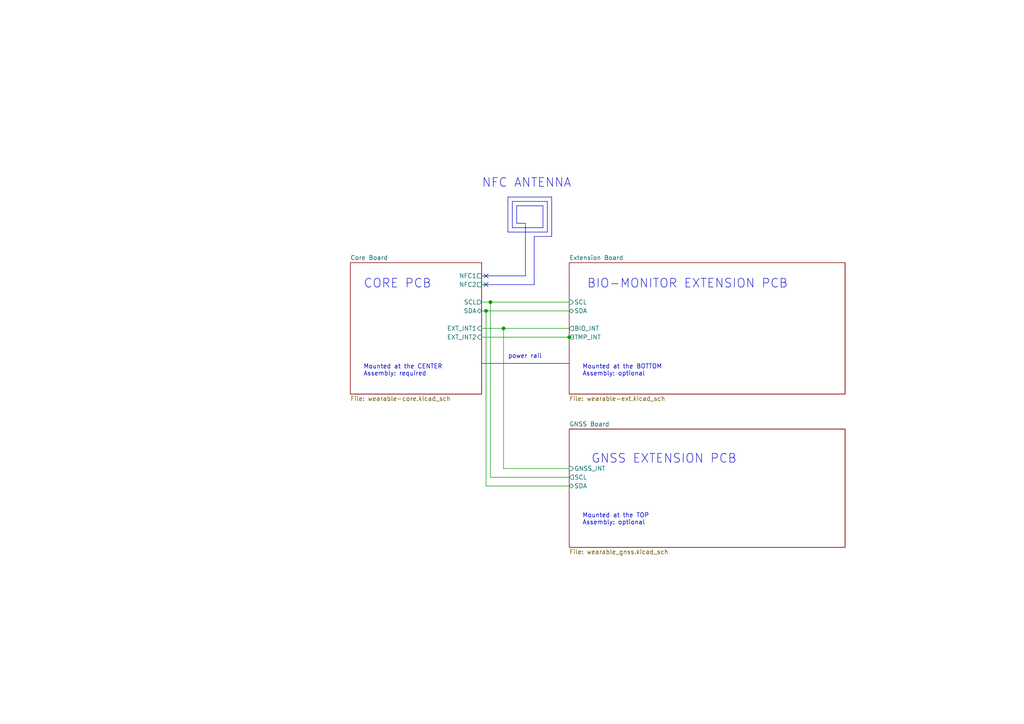
<source format=kicad_sch>
(kicad_sch (version 20230121) (generator eeschema)
  (paper "A4")
  (title_block (title "Herald Bluetooth Wearable Beacon") (rev "0.1") (company "Herald Project") (comment 1 "© 2021-2023 Herald Project Contributors") (comment 2 "Licensed under CERN-OHL-P version 2"))
  (lib_symbols)
  (junction (at 165.1 97.79))
  (junction (at 146.05 95.25))
  (junction (at 140.97 90.17))
  (junction (at 142.24 87.63))
  (no_connect (at 140.97 80.01))
  (no_connect (at 140.97 82.55))
  (polyline (pts (xy 160.02 68.58) (xy 160.02 57.15)))
  (polyline (pts (xy 148.59 58.42) (xy 148.59 66.04)))
  (wire (pts (xy 139.7 80.01) (xy 140.97 80.01)))
  (polyline (pts (xy 139.7 105.41) (xy 165.1 105.41)))
  (polyline (pts (xy 158.75 58.42) (xy 148.59 58.42)))
  (wire (pts (xy 165.1 97.79) (xy 166.37 97.79)))
  (wire (pts (xy 140.97 140.97) (xy 165.1 140.97)))
  (wire (pts (xy 146.05 95.25) (xy 165.1 95.25)))
  (polyline (pts (xy 149.86 59.69) (xy 157.48 59.69)))
  (polyline (pts (xy 154.94 68.58) (xy 154.94 82.55)))
  (wire (pts (xy 139.7 82.55) (xy 140.97 82.55)))
  (polyline (pts (xy 147.32 57.15) (xy 147.32 67.31)))
  (wire (pts (xy 142.24 138.43) (xy 165.1 138.43)))
  (polyline (pts (xy 157.48 66.04) (xy 157.48 59.69)))
  (wire (pts (xy 140.97 90.17) (xy 140.97 140.97)))
  (polyline (pts (xy 147.32 67.31) (xy 158.75 67.31)))
  (polyline (pts (xy 154.94 82.55) (xy 139.7 82.55)))
  (polyline (pts (xy 149.86 64.77) (xy 152.4 64.77)))
  (wire (pts (xy 139.7 87.63) (xy 142.24 87.63)))
  (wire (pts (xy 139.7 95.25) (xy 146.05 95.25)))
  (wire (pts (xy 140.97 90.17) (xy 165.1 90.17)))
  (polyline (pts (xy 139.7 80.01) (xy 152.4 80.01)))
  (wire (pts (xy 142.24 87.63) (xy 142.24 138.43)))
  (wire (pts (xy 139.7 97.79) (xy 165.1 97.79)))
  (wire (pts (xy 146.05 135.89) (xy 165.1 135.89)))
  (wire (pts (xy 146.05 95.25) (xy 146.05 135.89)))
  (polyline (pts (xy 154.94 68.58) (xy 160.02 68.58)))
  (wire (pts (xy 139.7 90.17) (xy 140.97 90.17)))
  (wire (pts (xy 142.24 87.63) (xy 165.1 87.63)))
  (polyline (pts (xy 152.4 64.77) (xy 152.4 80.01)))
  (polyline (pts (xy 160.02 57.15) (xy 147.32 57.15)))
  (polyline (pts (xy 158.75 67.31) (xy 158.75 58.42)))
  (polyline (pts (xy 149.86 59.69) (xy 149.86 64.77)))
  (polyline (pts (xy 148.59 66.04) (xy 157.48 66.04)))
  (text "NFC ANTENNA" (at 139.7 54.61 0) (effects (font (size 2.54 2.54)) (justify left bottom)))
  (text "Mounted at the CENTER\nAssembly: required" (at 105.41 109.22 0) (effects (font (size 1.27 1.27)) (justify left bottom)))
  (text "Mounted at the BOTTOM\nAssembly: optional" (at 168.91 109.22 0) (effects (font (size 1.27 1.27)) (justify left bottom)))
  (text "CORE PCB" (at 105.41 83.82 0) (effects (font (size 2.54 2.54)) (justify left bottom)))
  (text "GNSS EXTENSION PCB" (at 171.45 134.62 0) (effects (font (size 2.54 2.54)) (justify left bottom)))
  (text "power rail" (at 147.32 104.14 0) (effects (font (size 1.27 1.27)) (justify left bottom)))
  (text "Mounted at the TOP\nAssembly: optional" (at 168.91 152.4 0) (effects (font (size 1.27 1.27)) (justify left bottom)))
  (text "BIO-MONITOR EXTENSION PCB" (at 228.6 83.82 0) (effects (font (size 2.54 2.54)) (justify right bottom)))
  (sheet (at 101.6 76.2) (size 38.1 38.1)
    (property "Sheetname" "Core Board" (at 101.6 75.4884 0) (effects (justify left bottom)))
    (property "Sheetfile" "wearable-core.kicad_sch" (at 101.6 114.8846 0) (effects (justify left top)))
    (pin "NFC1" passive (at 139.7 80.01 0))
    (pin "EXT_INT1" input (at 139.7 95.25 0))
    (pin "EXT_INT2" input (at 139.7 97.79 0))
    (pin "NFC2" passive (at 139.7 82.55 0))
    (pin "SCL" output (at 139.7 87.63 0))
    (pin "SDA" bidirectional (at 139.7 90.17 0))
  )
  (sheet (at 165.1 76.2) (size 80.01 38.1)
    (property "Sheetname" "Extension Board" (at 165.1 75.4884 0) (effects (justify left bottom)))
    (property "Sheetfile" "wearable-ext.kicad_sch" (at 165.1 114.8846 0) (effects (justify left top)))
    (pin "SCL" input (at 165.1 87.63 180))
    (pin "SDA" bidirectional (at 165.1 90.17 180))
    (pin "BIO_INT" output (at 165.1 95.25 180))
    (pin "TMP_INT" output (at 165.1 97.79 180))
  )
  (sheet (at 165.1 124.46) (size 80.01 34.29) (stroke (width 0.1524))
    (property "Sheetname" "GNSS Board" (at 165.1 123.7484 0) (effects (justify left bottom)))
    (property "Sheetfile" "wearable_gnss.kicad_sch" (at 165.1 159.3346 0) (effects (justify left top)))
    (pin "GNSS_INT" input (at 165.1 135.89 180))
    (pin "SDA" bidirectional (at 165.1 140.97 180))
    (pin "SCL" output (at 165.1 138.43 180))
  )
)
</source>
